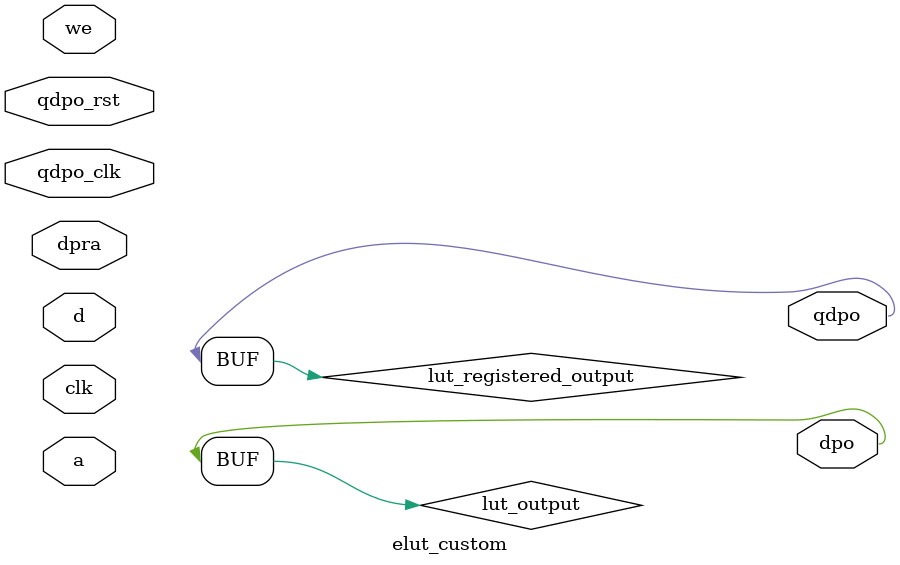
<source format=v>
/*
#	ZUMA Open FPGA Overlay
#	Alex Brant 
#	Email: alex.d.brant@gmail.com
#	2012
#	LUTRAM wrapper
*/
`include "define.v"
`include "def_generated.v"
module elut_custom(
	a,
	d,
	dpra,
	clk,
	we,
	dpo,
	qdpo_clk,
	qdpo_rst,
	qdpo);


input [5 : 0] a;
input [0 : 0] d;
input [5 : 0] dpra;
input clk;
input we;
input qdpo_clk;
input qdpo_rst;
output dpo;
output qdpo;

wire lut_output;
wire lut_registered_output;

`ifdef PLATFORM_XILINX      
//uses distributed dual-port RAM
//uses two luts, which can have two different read busses, sharing a common write logic.
elut_xilinx LUT (
  //read adress [5 : 0] for the first output, also write adress
  .a(a),
  //data input [0 : 0]
  .d(d),
  //read adress [5 : 0] for the second output
  .dpra(dpra),
  //first input clk and write clock
  .clk(clk),
  //input write enable
  .we(we),
  //second input clock
  .qdpo_clk(qdpo_clk),
  // input qdpo_rst 
  .qdpo_rst(qdpo_rst),
  //first unregistered output [0 : 0]
  .dpo(lut_output),
  //second registered output [0 : 0]
  .qdpo(lut_registered_output)
);
  
`elsif PLATFORM_ALTERA

	 SDPR LUT(
	.clock(clk),
	.data(d),
	.rdaddress(dpra),
	.wraddress(a),
	.wren(we),
	.q(lut_output));

`endif

`ifdef XILINX_ISIM //X'd inputs will break the simulation
assign dpo  = (lut_output === 1'bx) ? 0 : lut_output ;
assign qdpo = (lut_registered_output === 1'bx) ? 0 : lut_registered_output ;
`else
assign dpo  = lut_output;
assign qdpo = lut_registered_output;
`endif  


endmodule

</source>
